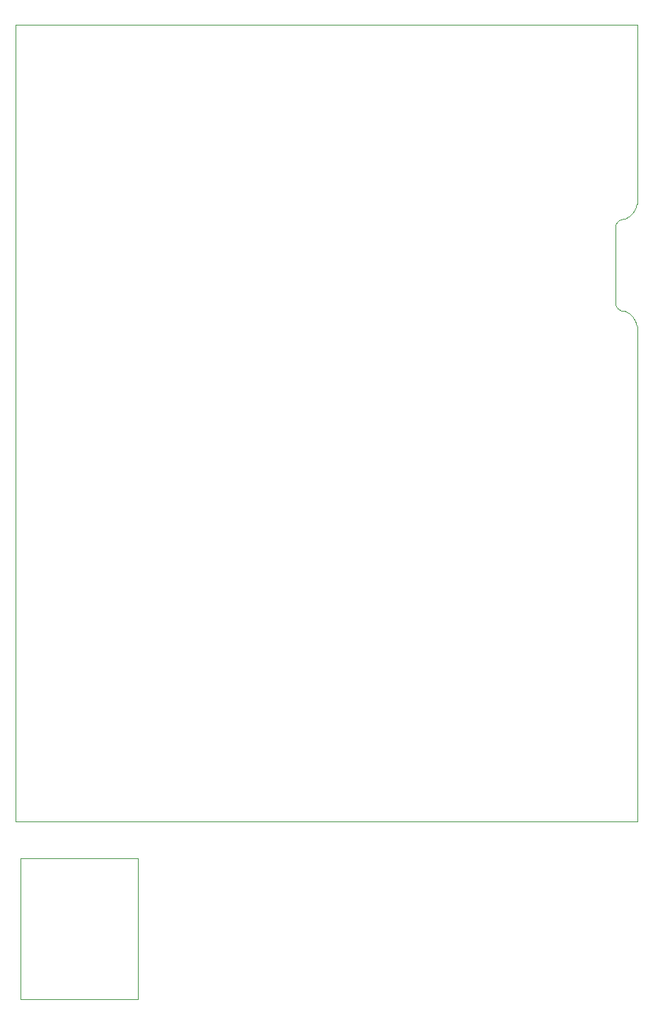
<source format=gbr>
%TF.GenerationSoftware,KiCad,Pcbnew,9.0.0*%
%TF.CreationDate,2025-10-02T06:46:57+09:00*%
%TF.ProjectId,MistFarm_PCB,4d697374-4661-4726-9d5f-5043422e6b69,rev?*%
%TF.SameCoordinates,Original*%
%TF.FileFunction,Profile,NP*%
%FSLAX46Y46*%
G04 Gerber Fmt 4.6, Leading zero omitted, Abs format (unit mm)*
G04 Created by KiCad (PCBNEW 9.0.0) date 2025-10-02 06:46:57*
%MOMM*%
%LPD*%
G01*
G04 APERTURE LIST*
%TA.AperFunction,Profile*%
%ADD10C,0.050000*%
%TD*%
G04 APERTURE END LIST*
D10*
X91839999Y-40580000D02*
G75*
G02*
X90410384Y-42389754I-2282599J333600D01*
G01*
X18089500Y-118800500D02*
X18089500Y-135660500D01*
X91840000Y-19110000D02*
X17480000Y-19110000D01*
X32109500Y-135660500D02*
X18089500Y-135660500D01*
X18089500Y-118800500D02*
X32139500Y-118800500D01*
X89252896Y-43420137D02*
G75*
G02*
X90409872Y-42390059I1037004J37D01*
G01*
X91840000Y-19110000D02*
X91840000Y-40580000D01*
X17480000Y-19110000D02*
X17480000Y-114350000D01*
X91840129Y-55199974D02*
X91840000Y-114350000D01*
X90410000Y-53389999D02*
G75*
G02*
X91840119Y-55199901I-852400J-2143501D01*
G01*
X32139500Y-118800500D02*
X32109500Y-135660500D01*
X89252896Y-43420137D02*
X89253033Y-52360037D01*
X90410000Y-53390000D02*
G75*
G02*
X89253033Y-52360000I-120000J1030000D01*
G01*
X31530000Y-114350000D02*
X17480000Y-114350000D01*
X91840000Y-114350000D02*
X31530000Y-114350000D01*
M02*

</source>
